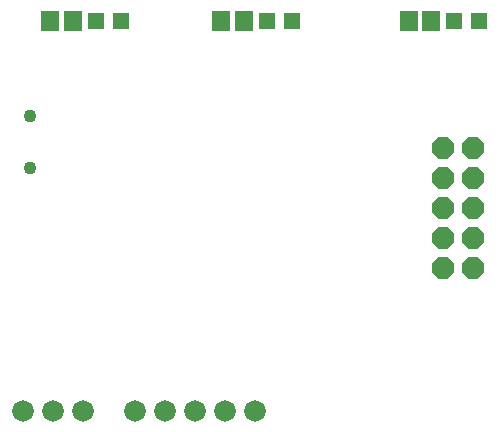
<source format=gbs>
G75*
G70*
%OFA0B0*%
%FSLAX24Y24*%
%IPPOS*%
%LPD*%
%AMOC8*
5,1,8,0,0,1.08239X$1,22.5*
%
%ADD10C,0.0434*%
%ADD11R,0.0592X0.0710*%
%ADD12R,0.0552X0.0552*%
%ADD13C,0.0720*%
%ADD14OC8,0.0720*%
D10*
X004307Y013622D03*
X004307Y015355D03*
D11*
X004983Y018539D03*
X005731Y018539D03*
X010683Y018539D03*
X011431Y018539D03*
X016933Y018539D03*
X017681Y018539D03*
D12*
X018443Y018539D03*
X019270Y018539D03*
X013020Y018539D03*
X012193Y018539D03*
X007320Y018539D03*
X006493Y018539D03*
D13*
X004057Y005539D03*
X005057Y005539D03*
X006057Y005539D03*
X007807Y005539D03*
X008807Y005539D03*
X009807Y005539D03*
X010807Y005539D03*
X011807Y005539D03*
D14*
X018057Y010289D03*
X018057Y011289D03*
X019057Y011289D03*
X019057Y010289D03*
X019057Y012289D03*
X019057Y013289D03*
X019057Y014289D03*
X018057Y014289D03*
X018057Y013289D03*
X018057Y012289D03*
M02*

</source>
